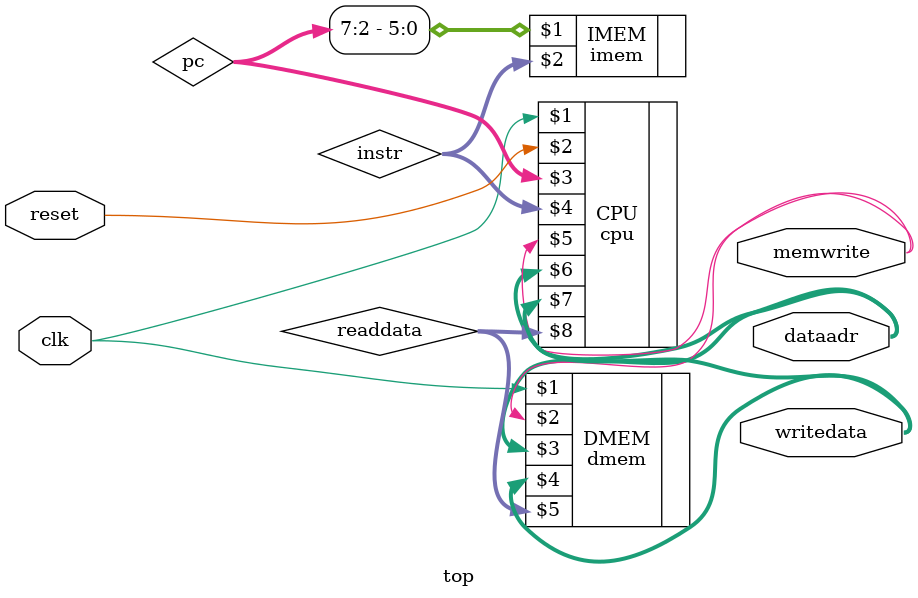
<source format=sv>
`include "cpu.sv"
`include "imem.sv"
`include "dmem.sv"
 
module top(input logic clk,reset,
           output logic [18:0] writedata,dataadr,
           output logic memwrite);
  
  logic [18:0] pc,instr,readdata;
  
  cpu  CPU(clk,reset,pc,instr,memwrite,dataadr,writedata,readdata);
  imem IMEM(pc[7:2],instr);
  dmem DMEM(clk,memwrite,dataadr,writedata,readdata);
  
endmodule
</source>
